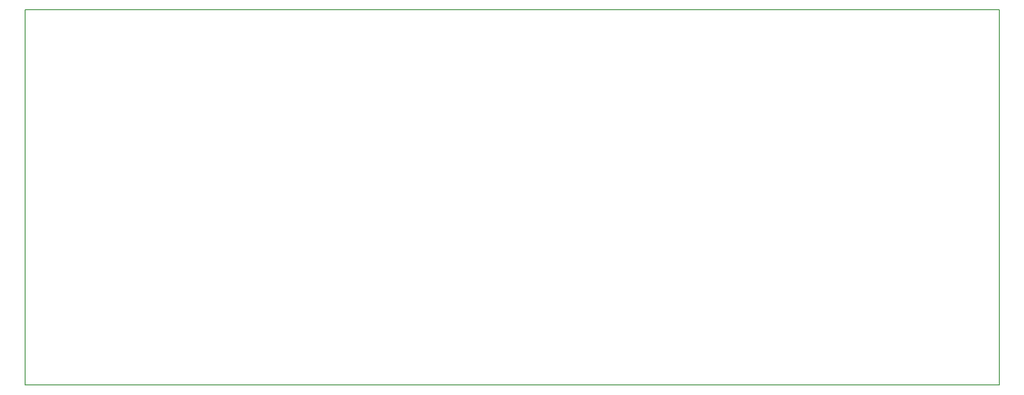
<source format=gm1>
%TF.GenerationSoftware,KiCad,Pcbnew,8.0.2*%
%TF.CreationDate,2025-05-03T05:30:05-04:00*%
%TF.ProjectId,piezo_nanopositioner_v1,7069657a-6f5f-46e6-916e-6f706f736974,rev?*%
%TF.SameCoordinates,Original*%
%TF.FileFunction,Profile,NP*%
%FSLAX46Y46*%
G04 Gerber Fmt 4.6, Leading zero omitted, Abs format (unit mm)*
G04 Created by KiCad (PCBNEW 8.0.2) date 2025-05-03 05:30:05*
%MOMM*%
%LPD*%
G01*
G04 APERTURE LIST*
%TA.AperFunction,Profile*%
%ADD10C,0.200000*%
%TD*%
G04 APERTURE END LIST*
D10*
X70250000Y-43500000D02*
X257500000Y-43500000D01*
X257500000Y-115750000D01*
X70250000Y-115750000D01*
X70250000Y-43500000D01*
M02*

</source>
